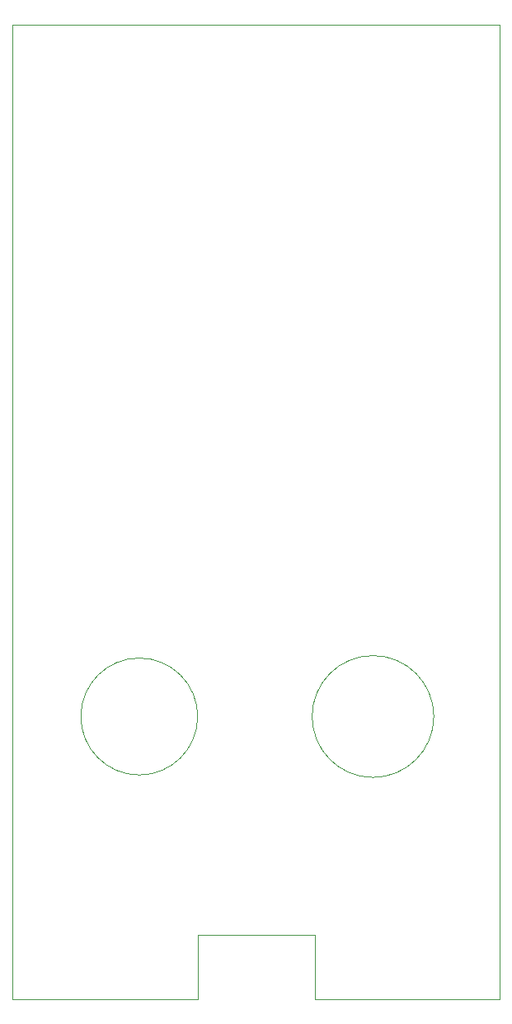
<source format=gbr>
%TF.GenerationSoftware,KiCad,Pcbnew,8.0.3*%
%TF.CreationDate,2024-06-30T10:59:25+01:00*%
%TF.ProjectId,Esp32EduModular-Acc-Panel+JST,45737033-3245-4647-954d-6f64756c6172,rev?*%
%TF.SameCoordinates,Original*%
%TF.FileFunction,Profile,NP*%
%FSLAX46Y46*%
G04 Gerber Fmt 4.6, Leading zero omitted, Abs format (unit mm)*
G04 Created by KiCad (PCBNEW 8.0.3) date 2024-06-30 10:59:25*
%MOMM*%
%LPD*%
G01*
G04 APERTURE LIST*
%TA.AperFunction,Profile*%
%ADD10C,0.100000*%
%TD*%
G04 APERTURE END LIST*
D10*
X100000000Y-50000000D02*
X50000000Y-50000000D01*
X100000000Y-150000000D02*
X100000000Y-50000000D01*
X93250000Y-121000000D02*
G75*
G02*
X80750000Y-121000000I-6250000J0D01*
G01*
X80750000Y-121000000D02*
G75*
G02*
X93250000Y-121000000I6250000J0D01*
G01*
X69000000Y-150000000D02*
X69000000Y-143400000D01*
X50000000Y-150000000D02*
X69000000Y-150000000D01*
X81000000Y-150000000D02*
X81000000Y-143400000D01*
X50000000Y-50000000D02*
X50000000Y-150000000D01*
X69000000Y-121000000D02*
G75*
G02*
X57000000Y-121000000I-6000000J0D01*
G01*
X57000000Y-121000000D02*
G75*
G02*
X69000000Y-121000000I6000000J0D01*
G01*
X100000000Y-150000000D02*
X81000000Y-150000000D01*
X81000000Y-143400000D02*
X69000000Y-143400000D01*
M02*

</source>
